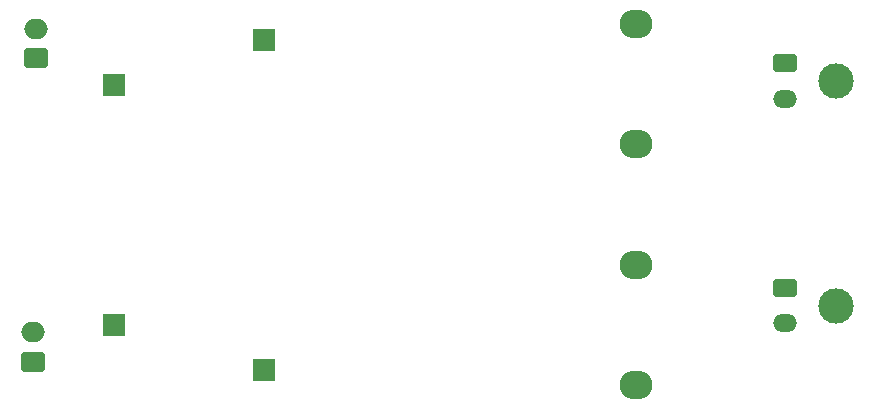
<source format=gbr>
%TF.GenerationSoftware,KiCad,Pcbnew,7.0.11-rc3*%
%TF.CreationDate,2025-03-16T23:29:25+08:00*%
%TF.ProjectId,miniAIR,6d696e69-4149-4522-9e6b-696361645f70,rev?*%
%TF.SameCoordinates,Original*%
%TF.FileFunction,Soldermask,Bot*%
%TF.FilePolarity,Negative*%
%FSLAX46Y46*%
G04 Gerber Fmt 4.6, Leading zero omitted, Abs format (unit mm)*
G04 Created by KiCad (PCBNEW 7.0.11-rc3) date 2025-03-16 23:29:25*
%MOMM*%
%LPD*%
G01*
G04 APERTURE LIST*
G04 Aperture macros list*
%AMRoundRect*
0 Rectangle with rounded corners*
0 $1 Rounding radius*
0 $2 $3 $4 $5 $6 $7 $8 $9 X,Y pos of 4 corners*
0 Add a 4 corners polygon primitive as box body*
4,1,4,$2,$3,$4,$5,$6,$7,$8,$9,$2,$3,0*
0 Add four circle primitives for the rounded corners*
1,1,$1+$1,$2,$3*
1,1,$1+$1,$4,$5*
1,1,$1+$1,$6,$7*
1,1,$1+$1,$8,$9*
0 Add four rect primitives between the rounded corners*
20,1,$1+$1,$2,$3,$4,$5,0*
20,1,$1+$1,$4,$5,$6,$7,0*
20,1,$1+$1,$6,$7,$8,$9,0*
20,1,$1+$1,$8,$9,$2,$3,0*%
G04 Aperture macros list end*
%ADD10RoundRect,0.250000X0.750000X-0.600000X0.750000X0.600000X-0.750000X0.600000X-0.750000X-0.600000X0*%
%ADD11O,2.000000X1.700000*%
%ADD12O,2.800000X2.400000*%
%ADD13C,3.000000*%
%ADD14RoundRect,0.250001X-0.759999X0.499999X-0.759999X-0.499999X0.759999X-0.499999X0.759999X0.499999X0*%
%ADD15O,2.020000X1.500000*%
%ADD16R,1.900000X1.900000*%
G04 APERTURE END LIST*
D10*
%TO.C,J1*%
X117325000Y-98250000D03*
D11*
X117325000Y-95750000D03*
%TD*%
D12*
%TO.C,U2*%
X168400000Y-100230000D03*
X168400000Y-90070000D03*
%TD*%
D13*
%TO.C,J2*%
X185320000Y-74500000D03*
D14*
X181000000Y-73000000D03*
D15*
X181000000Y-76000000D03*
%TD*%
D10*
%TO.C,J4*%
X117575000Y-72550000D03*
D11*
X117575000Y-70050000D03*
%TD*%
D16*
%TO.C,K1*%
X136900000Y-98970000D03*
X136900000Y-71030000D03*
X124200000Y-74850000D03*
X124200000Y-95150000D03*
%TD*%
D13*
%TO.C,J3*%
X185320000Y-93500000D03*
D14*
X181000000Y-92000000D03*
D15*
X181000000Y-95000000D03*
%TD*%
D12*
%TO.C,U1*%
X168400000Y-79830000D03*
X168400000Y-69670000D03*
%TD*%
M02*

</source>
